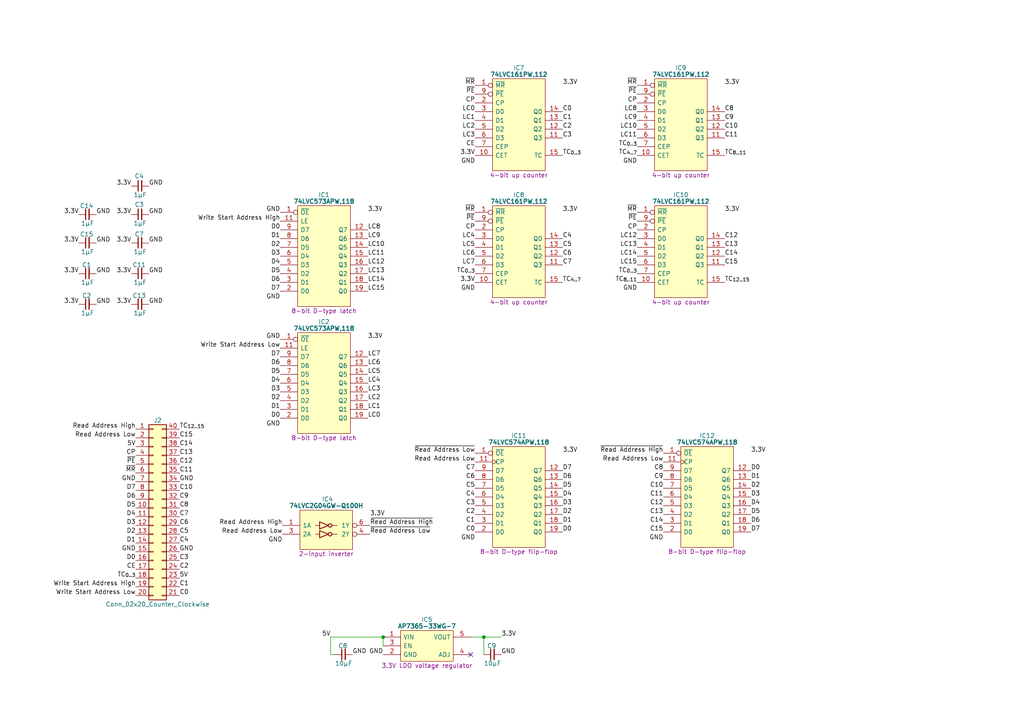
<source format=kicad_sch>
(kicad_sch (version 20230121) (generator eeschema)
  (paper "A4")
  (title_block (title "24bit Counter with 8bit data IO") (date "2023-10-07") (rev "V0"))
  (lib_symbols
    (symbol "74LVC574APW,118_1" (pin_names (offset 0.762))
      (property "Reference" "IC" (at 12.7 5.08 0))
      (property "Value" "74LVC574APW,118" (at 12.7 3.175 0))
      (property "Description" "8-bit D-type flip-flop" (at 12.7 -28.575 0))
      (symbol "74LVC574APW,118_1_0_0"
        (pin input inverted (at 0 0 0) (length 5.08) (name "~{OE}") (number "1"))
        (pin passive line (at 0 -25.4 0) (length 5.08) hide (name "GND") (number "10"))
        (pin input clock (at 0 -2.54 0) (length 5.08) (name "CP") (number "11"))
        (pin tri_state line (at 25.4 -7.62 180) (length 5.08) (name "Q6") (number "13"))
        (pin tri_state line (at 25.4 -10.16 180) (length 5.08) (name "Q5") (number "14"))
        (pin tri_state line (at 25.4 -12.7 180) (length 5.08) (name "Q4") (number "15"))
        (pin tri_state line (at 25.4 -15.24 180) (length 5.08) (name "Q3") (number "16"))
        (pin tri_state line (at 25.4 -17.78 180) (length 5.08) (name "Q2") (number "17"))
        (pin tri_state line (at 25.4 -20.32 180) (length 5.08) (name "Q1") (number "18"))
        (pin tri_state line (at 25.4 -22.86 180) (length 5.08) (name "Q0") (number "19"))
        (pin input line (at 0 -22.86 0) (length 5.08) (name "D0") (number "2"))
        (pin passive line (at 25.4 0 180) (length 5.08) hide (name "3V") (number "20"))
        (pin input line (at 0 -20.32 0) (length 5.08) (name "D1") (number "3"))
        (pin input line (at 0 -17.78 0) (length 5.08) (name "D2") (number "4"))
        (pin input line (at 0 -15.24 0) (length 5.08) (name "D3") (number "5"))
        (pin input line (at 0 -12.7 0) (length 5.08) (name "D4") (number "6"))
        (pin input line (at 0 -10.16 0) (length 5.08) (name "D5") (number "7"))
        (pin input line (at 0 -7.62 0) (length 5.08) (name "D6") (number "8"))
        (pin input line (at 0 -5.08 0) (length 5.08) (name "D7") (number "9"))
      )
      (symbol "74LVC574APW,118_1_0_1"
        (polyline (pts (xy 5.08 1.905) (xy 20.32 1.905) (xy 20.32 -27.305) (xy 5.08 -27.305) (xy 5.08 1.905)) (stroke (width 0.1524)) (fill (type background)))
      )
      (symbol "74LVC574APW,118_1_1_0"
        (pin tri_state line (at 25.4 -5.08 180) (length 5.08) (name "Q7") (number "12"))
      )
    )
    (symbol "74LVC574APW,118_2" (pin_names (offset 0.762))
      (property "Reference" "IC" (at 12.7 5.08 0))
      (property "Value" "74LVC574APW,118" (at 12.7 3.175 0))
      (property "Description" "8-bit D-type flip-flop" (at 12.7 -28.575 0))
      (symbol "74LVC574APW,118_2_0_0"
        (pin input inverted (at 0 0 0) (length 5.08) (name "~{OE}") (number "1"))
        (pin passive line (at 0 -25.4 0) (length 5.08) hide (name "GND") (number "10"))
        (pin input clock (at 0 -2.54 0) (length 5.08) (name "CP") (number "11"))
        (pin tri_state line (at 25.4 -7.62 180) (length 5.08) (name "Q6") (number "13"))
        (pin tri_state line (at 25.4 -10.16 180) (length 5.08) (name "Q5") (number "14"))
        (pin tri_state line (at 25.4 -12.7 180) (length 5.08) (name "Q4") (number "15"))
        (pin tri_state line (at 25.4 -15.24 180) (length 5.08) (name "Q3") (number "16"))
        (pin tri_state line (at 25.4 -17.78 180) (length 5.08) (name "Q2") (number "17"))
        (pin tri_state line (at 25.4 -20.32 180) (length 5.08) (name "Q1") (number "18"))
        (pin tri_state line (at 25.4 -22.86 180) (length 5.08) (name "Q0") (number "19"))
        (pin input line (at 0 -22.86 0) (length 5.08) (name "D0") (number "2"))
        (pin passive line (at 25.4 0 180) (length 5.08) hide (name "3V") (number "20"))
        (pin input line (at 0 -20.32 0) (length 5.08) (name "D1") (number "3"))
        (pin input line (at 0 -17.78 0) (length 5.08) (name "D2") (number "4"))
        (pin input line (at 0 -15.24 0) (length 5.08) (name "D3") (number "5"))
        (pin input line (at 0 -12.7 0) (length 5.08) (name "D4") (number "6"))
        (pin input line (at 0 -10.16 0) (length 5.08) (name "D5") (number "7"))
        (pin input line (at 0 -7.62 0) (length 5.08) (name "D6") (number "8"))
        (pin input line (at 0 -5.08 0) (length 5.08) (name "D7") (number "9"))
      )
      (symbol "74LVC574APW,118_2_0_1"
        (polyline (pts (xy 5.08 1.905) (xy 20.32 1.905) (xy 20.32 -27.305) (xy 5.08 -27.305) (xy 5.08 1.905)) (stroke (width 0.1524)) (fill (type background)))
      )
      (symbol "74LVC574APW,118_2_1_0"
        (pin tri_state line (at 25.4 -5.08 180) (length 5.08) (name "Q7") (number "12"))
      )
    )
    (symbol "Connector_Generic:Conn_02x20_Counter_Clockwise" (pin_names (offset 1.016) hide)
      (property "Reference" "J" (at 1.27 25.4 0))
      (property "Value" "Conn_02x20_Counter_Clockwise" (at 1.27 -27.94 0))
      (symbol "Conn_02x20_Counter_Clockwise_1_1"
        (rectangle (start -1.27 -25.273) (end 0 -25.527) (stroke (width 0.1524)))
        (rectangle (start -1.27 -22.733) (end 0 -22.987) (stroke (width 0.1524)))
        (rectangle (start -1.27 -20.193) (end 0 -20.447) (stroke (width 0.1524)))
        (rectangle (start -1.27 -17.653) (end 0 -17.907) (stroke (width 0.1524)))
        (rectangle (start -1.27 -15.113) (end 0 -15.367) (stroke (width 0.1524)))
        (rectangle (start -1.27 -12.573) (end 0 -12.827) (stroke (width 0.1524)))
        (rectangle (start -1.27 -10.033) (end 0 -10.287) (stroke (width 0.1524)))
        (rectangle (start -1.27 -7.493) (end 0 -7.747) (stroke (width 0.1524)))
        (rectangle (start -1.27 -4.953) (end 0 -5.207) (stroke (width 0.1524)))
        (rectangle (start -1.27 -2.413) (end 0 -2.667) (stroke (width 0.1524)))
        (rectangle (start -1.27 0.127) (end 0 -0.127) (stroke (width 0.1524)))
        (rectangle (start -1.27 2.667) (end 0 2.413) (stroke (width 0.1524)))
        (rectangle (start -1.27 5.207) (end 0 4.953) (stroke (width 0.1524)))
        (rectangle (start -1.27 7.747) (end 0 7.493) (stroke (width 0.1524)))
        (rectangle (start -1.27 10.287) (end 0 10.033) (stroke (width 0.1524)))
        (rectangle (start -1.27 12.827) (end 0 12.573) (stroke (width 0.1524)))
        (rectangle (start -1.27 15.367) (end 0 15.113) (stroke (width 0.1524)))
        (rectangle (start -1.27 17.907) (end 0 17.653) (stroke (width 0.1524)))
        (rectangle (start -1.27 20.447) (end 0 20.193) (stroke (width 0.1524)))
        (rectangle (start -1.27 22.987) (end 0 22.733) (stroke (width 0.1524)))
        (rectangle (start -1.27 24.13) (end 3.81 -26.67) (stroke (width 0.254)) (fill (type background)))
        (rectangle (start 3.81 -25.273) (end 2.54 -25.527) (stroke (width 0.1524)))
        (rectangle (start 3.81 -22.733) (end 2.54 -22.987) (stroke (width 0.1524)))
        (rectangle (start 3.81 -20.193) (end 2.54 -20.447) (stroke (width 0.1524)))
        (rectangle (start 3.81 -17.653) (end 2.54 -17.907) (stroke (width 0.1524)))
        (rectangle (start 3.81 -15.113) (end 2.54 -15.367) (stroke (width 0.1524)))
        (rectangle (start 3.81 -12.573) (end 2.54 -12.827) (stroke (width 0.1524)))
        (rectangle (start 3.81 -10.033) (end 2.54 -10.287) (stroke (width 0.1524)))
        (rectangle (start 3.81 -7.493) (end 2.54 -7.747) (stroke (width 0.1524)))
        (rectangle (start 3.81 -4.953) (end 2.54 -5.207) (stroke (width 0.1524)))
        (rectangle (start 3.81 -2.413) (end 2.54 -2.667) (stroke (width 0.1524)))
        (rectangle (start 3.81 0.127) (end 2.54 -0.127) (stroke (width 0.1524)))
        (rectangle (start 3.81 2.667) (end 2.54 2.413) (stroke (width 0.1524)))
        (rectangle (start 3.81 5.207) (end 2.54 4.953) (stroke (width 0.1524)))
        (rectangle (start 3.81 7.747) (end 2.54 7.493) (stroke (width 0.1524)))
        (rectangle (start 3.81 10.287) (end 2.54 10.033) (stroke (width 0.1524)))
        (rectangle (start 3.81 12.827) (end 2.54 12.573) (stroke (width 0.1524)))
        (rectangle (start 3.81 15.367) (end 2.54 15.113) (stroke (width 0.1524)))
        (rectangle (start 3.81 17.907) (end 2.54 17.653) (stroke (width 0.1524)))
        (rectangle (start 3.81 20.447) (end 2.54 20.193) (stroke (width 0.1524)))
        (rectangle (start 3.81 22.987) (end 2.54 22.733) (stroke (width 0.1524)))
        (pin passive line (at -5.08 22.86 0) (length 3.81) (name "Pin_1") (number "1"))
        (pin passive line (at -5.08 0 0) (length 3.81) (name "Pin_10") (number "10"))
        (pin passive line (at -5.08 -2.54 0) (length 3.81) (name "Pin_11") (number "11"))
        (pin passive line (at -5.08 -5.08 0) (length 3.81) (name "Pin_12") (number "12"))
        (pin passive line (at -5.08 -7.62 0) (length 3.81) (name "Pin_13") (number "13"))
        (pin passive line (at -5.08 -10.16 0) (length 3.81) (name "Pin_14") (number "14"))
        (pin passive line (at -5.08 -12.7 0) (length 3.81) (name "Pin_15") (number "15"))
        (pin passive line (at -5.08 -15.24 0) (length 3.81) (name "Pin_16") (number "16"))
        (pin passive line (at -5.08 -17.78 0) (length 3.81) (name "Pin_17") (number "17"))
        (pin passive line (at -5.08 -20.32 0) (length 3.81) (name "Pin_18") (number "18"))
        (pin passive line (at -5.08 -22.86 0) (length 3.81) (name "Pin_19") (number "19"))
        (pin passive line (at -5.08 20.32 0) (length 3.81) (name "Pin_2") (number "2"))
        (pin passive line (at -5.08 -25.4 0) (length 3.81) (name "Pin_20") (number "20"))
        (pin passive line (at 7.62 -25.4 180) (length 3.81) (name "Pin_21") (number "21"))
        (pin passive line (at 7.62 -22.86 180) (length 3.81) (name "Pin_22") (number "22"))
        (pin passive line (at 7.62 -20.32 180) (length 3.81) (name "Pin_23") (number "23"))
        (pin passive line (at 7.62 -17.78 180) (length 3.81) (name "Pin_24") (number "24"))
        (pin passive line (at 7.62 -15.24 180) (length 3.81) (name "Pin_25") (number "25"))
        (pin passive line (at 7.62 -12.7 180) (length 3.81) (name "Pin_26") (number "26"))
        (pin passive line (at 7.62 -10.16 180) (length 3.81) (name "Pin_27") (number "27"))
        (pin passive line (at 7.62 -7.62 180) (length 3.81) (name "Pin_28") (number "28"))
        (pin passive line (at 7.62 -5.08 180) (length 3.81) (name "Pin_29") (number "29"))
        (pin passive line (at -5.08 17.78 0) (length 3.81) (name "Pin_3") (number "3"))
        (pin passive line (at 7.62 -2.54 180) (length 3.81) (name "Pin_30") (number "30"))
        (pin passive line (at 7.62 0 180) (length 3.81) (name "Pin_31") (number "31"))
        (pin passive line (at 7.62 2.54 180) (length 3.81) (name "Pin_32") (number "32"))
        (pin passive line (at 7.62 5.08 180) (length 3.81) (name "Pin_33") (number "33"))
        (pin passive line (at 7.62 7.62 180) (length 3.81) (name "Pin_34") (number "34"))
        (pin passive line (at 7.62 10.16 180) (length 3.81) (name "Pin_35") (number "35"))
        (pin passive line (at 7.62 12.7 180) (length 3.81) (name "Pin_36") (number "36"))
        (pin passive line (at 7.62 15.24 180) (length 3.81) (name "Pin_37") (number "37"))
        (pin passive line (at 7.62 17.78 180) (length 3.81) (name "Pin_38") (number "38"))
        (pin passive line (at 7.62 20.32 180) (length 3.81) (name "Pin_39") (number "39"))
        (pin passive line (at -5.08 15.24 0) (length 3.81) (name "Pin_4") (number "4"))
        (pin passive line (at 7.62 22.86 180) (length 3.81) (name "Pin_40") (number "40"))
        (pin passive line (at -5.08 12.7 0) (length 3.81) (name "Pin_5") (number "5"))
        (pin passive line (at -5.08 10.16 0) (length 3.81) (name "Pin_6") (number "6"))
        (pin passive line (at -5.08 7.62 0) (length 3.81) (name "Pin_7") (number "7"))
        (pin passive line (at -5.08 5.08 0) (length 3.81) (name "Pin_8") (number "8"))
        (pin passive line (at -5.08 2.54 0) (length 3.81) (name "Pin_9") (number "9"))
      )
    )
    (symbol "Diodes_Inc:AP7365-33WG-7" (pin_names (offset 0.762))
      (property "Reference" "IC" (at 12.7 5.08 0))
      (property "Value" "AP7365-33WG-7" (at 12.7 3.175 0))
      (property "Description" "3.3V LDO voltage regulator" (at 12.7 -8.255 0))
      (symbol "AP7365-33WG-7_0_0"
        (pin passive line (at 0 0 0) (length 5.08) (name "VIN") (number "1"))
        (pin passive line (at 0 -5.08 0) (length 5.08) (name "GND") (number "2"))
        (pin input line (at 0 -2.54 0) (length 5.08) (name "EN") (number "3"))
        (pin passive line (at 25.4 -5.08 180) (length 5.08) (name "ADJ") (number "4"))
        (pin passive line (at 25.4 0 180) (length 5.08) (name "VOUT") (number "5"))
      )
      (symbol "AP7365-33WG-7_0_1"
        (polyline (pts (xy 5.08 1.905) (xy 20.32 1.905) (xy 20.32 -6.985) (xy 5.08 -6.985) (xy 5.08 1.905)) (fill (type background)))
      )
    )
    (symbol "HCP65:C_0805" (pin_numbers hide) (pin_names (offset 0.254) hide)
      (property "Reference" "C" (at 2.286 2.54 0))
      (property "Value" "?μF" (at 2.54 -2.54 0))
      (symbol "C_0805_0_1"
        (polyline (pts (xy 1.9685 -1.4605) (xy 1.9685 1.5875)) (stroke (width 0.3048)))
        (polyline (pts (xy 2.9845 -1.4605) (xy 2.9845 1.5875)) (stroke (width 0.3302)))
      )
      (symbol "C_0805_1_1"
        (pin passive line (at 0 0 0) (length 2.032) (name "~") (number "1"))
        (pin passive line (at 5.08 0 180) (length 2.032) (name "~") (number "2"))
      )
    )
    (symbol "Nexperia:74LVC161PW,112" (pin_names (offset 0.762))
      (property "Reference" "IC" (at 12.7 5.08 0))
      (property "Value" "74LVC161PW,112" (at 12.7 3.175 0))
      (property "Description" "4-bit up counter" (at 12.7 -26.035 0))
      (symbol "74LVC161PW,112_0_0"
        (pin input inverted (at 0 0 0) (length 5.08) (name "~{MR}") (number "1"))
        (pin input line (at 0 -20.32 0) (length 5.08) (name "CET") (number "10"))
        (pin output line (at 25.4 -15.24 180) (length 5.08) (name "Q3") (number "11"))
        (pin output line (at 25.4 -12.7 180) (length 5.08) (name "Q2") (number "12"))
        (pin output line (at 25.4 -10.16 180) (length 5.08) (name "Q1") (number "13"))
        (pin output line (at 25.4 -7.62 180) (length 5.08) (name "Q0") (number "14"))
        (pin output line (at 25.4 -20.32 180) (length 5.08) (name "TC") (number "15"))
        (pin passive line (at 25.4 0 180) (length 5.08) hide (name "3V") (number "16"))
        (pin input line (at 0 -5.08 0) (length 5.08) (name "CP") (number "2"))
        (pin input line (at 0 -7.62 0) (length 5.08) (name "D0") (number "3"))
        (pin input line (at 0 -10.16 0) (length 5.08) (name "D1") (number "4"))
        (pin input line (at 0 -12.7 0) (length 5.08) (name "D2") (number "5"))
        (pin input line (at 0 -15.24 0) (length 5.08) (name "D3") (number "6"))
        (pin input line (at 0 -17.78 0) (length 5.08) (name "CEP") (number "7"))
        (pin passive line (at 0 -22.86 0) (length 5.08) hide (name "GND") (number "8"))
        (pin input inverted (at 0 -2.54 0) (length 5.08) (name "~{PE}") (number "9"))
      )
      (symbol "74LVC161PW,112_0_1"
        (polyline (pts (xy 5.08 1.905) (xy 20.32 1.905) (xy 20.32 -24.765) (xy 5.08 -24.765) (xy 5.08 1.905)) (stroke (width 0.1524)) (fill (type background)))
      )
    )
    (symbol "Nexperia:74LVC2G04GW-Q100H" (pin_names (offset 0.762))
      (property "Reference" "IC" (at 11.43 7.62 0))
      (property "Value" "74LVC2G04GW-Q100H" (at 12.7 5.715 0))
      (property "Description" "2-input inverter" (at 12.7 -8.255 0))
      (symbol "74LVC2G04GW-Q100H_0_0"
        (pin input line (at 0 0 0) (length 5.08) (name "1A") (number "1"))
        (pin passive line (at 0 -5.08 0) (length 5.08) hide (name "GND") (number "2"))
        (pin input line (at 0 -2.54 0) (length 5.08) (name "2A") (number "3"))
        (pin output inverted (at 25.4 -2.54 180) (length 5.08) (name "2Y") (number "4"))
        (pin passive line (at 25.4 2.54 180) (length 5.08) hide (name "3V") (number "5"))
        (pin output inverted (at 25.4 0 180) (length 5.08) (name "1Y") (number "6"))
      )
      (symbol "74LVC2G04GW-Q100H_0_1"
        (polyline (pts (xy 9.525 -2.54) (xy 10.7949 -2.54)))
        (polyline (pts (xy 9.525 0) (xy 10.7949 0)))
        (polyline (pts (xy 14.351 -2.54) (xy 15.875 -2.54)))
        (polyline (pts (xy 14.351 0) (xy 15.875 0)))
        (polyline (pts (xy 10.795 -3.556) (xy 13.335 -2.54) (xy 10.795 -1.524)) (stroke (width 0.254)))
        (polyline (pts (xy 10.795 -1.016) (xy 13.335 0) (xy 10.795 1.016)) (stroke (width 0.254)))
        (polyline (pts (xy 5.08 4.445) (xy 20.32 4.445) (xy 20.32 -6.985) (xy 5.08 -6.985) (xy 5.08 4.445)) (stroke (width 0.1524)) (fill (type background)))
        (rectangle (start 10.795 -1.524) (end 10.795 -3.556) (stroke (width 0.254)) (fill (type background)))
        (rectangle (start 10.795 1.016) (end 10.795 -1.016) (stroke (width 0.254)) (fill (type background)))
        (circle (center 13.843 -2.54) (radius 0.508) (stroke (width 0.254)))
        (circle (center 13.843 0) (radius 0.508) (stroke (width 0.254)))
      )
    )
    (symbol "Nexperia:74LVC573APW,118" (pin_names (offset 0.762))
      (property "Reference" "IC" (at 12.7 5.08 0))
      (property "Value" "74LVC573APW,118" (at 12.7 3.175 0))
      (property "Description" "8-bit D-type latch" (at 12.7 -28.575 0))
      (symbol "74LVC573APW,118_0_0"
        (pin input inverted (at 0 0 0) (length 5.08) (name "~{OE}") (number "1"))
        (pin passive line (at 0 -25.4 0) (length 5.08) hide (name "GND") (number "10"))
        (pin input line (at 0 -2.54 0) (length 5.08) (name "LE") (number "11"))
        (pin tri_state line (at 25.4 -5.08 180) (length 5.08) (name "Q7") (number "12"))
        (pin tri_state line (at 25.4 -7.62 180) (length 5.08) (name "Q6") (number "13"))
        (pin tri_state line (at 25.4 -10.16 180) (length 5.08) (name "Q5") (number "14"))
        (pin tri_state line (at 25.4 -12.7 180) (length 5.08) (name "Q4") (number "15"))
        (pin tri_state line (at 25.4 -15.24 180) (length 5.08) (name "Q3") (number "16"))
        (pin tri_state line (at 25.4 -17.78 180) (length 5.08) (name "Q2") (number "17"))
        (pin tri_state line (at 25.4 -20.32 180) (length 5.08) (name "Q1") (number "18"))
        (pin tri_state line (at 25.4 -22.86 180) (length 5.08) (name "Q0") (number "19"))
        (pin input line (at 0 -22.86 0) (length 5.08) (name "D0") (number "2"))
        (pin passive line (at 25.4 0 180) (length 5.08) hide (name "3V") (number "20"))
        (pin input line (at 0 -20.32 0) (length 5.08) (name "D1") (number "3"))
        (pin input line (at 0 -17.78 0) (length 5.08) (name "D2") (number "4"))
        (pin input line (at 0 -15.24 0) (length 5.08) (name "D3") (number "5"))
        (pin input line (at 0 -12.7 0) (length 5.08) (name "D4") (number "6"))
        (pin input line (at 0 -10.16 0) (length 5.08) (name "D5") (number "7"))
        (pin input line (at 0 -7.62 0) (length 5.08) (name "D6") (number "8"))
        (pin input line (at 0 -5.08 0) (length 5.08) (name "D7") (number "9"))
      )
      (symbol "74LVC573APW,118_0_1"
        (polyline (pts (xy 5.08 1.905) (xy 20.32 1.905) (xy 20.32 -27.305) (xy 5.08 -27.305) (xy 5.08 1.905)) (stroke (width 0.1524)) (fill (type background)))
      )
    )
  )
  (junction (at 111.125 184.785))
  (junction (at 140.335 184.785))
  (no_connect (at 136.525 189.865))
  (wire (pts (xy 140.335 189.865) (xy 140.335 184.785)))
  (wire (pts (xy 95.885 184.785) (xy 111.125 184.785)))
  (wire (pts (xy 111.125 184.785) (xy 111.125 187.325)))
  (wire (pts (xy 136.525 184.785) (xy 140.335 184.785)))
  (wire (pts (xy 95.885 184.785) (xy 95.885 189.865)))
  (wire (pts (xy 95.885 189.865) (xy 97.155 189.865)))
  (wire (pts (xy 140.335 184.785) (xy 145.415 184.785)))
  (label "C11" (at 210.185 40.005 0))
  (label "D6" (at 217.805 151.765 0))
  (label "LC14" (at 106.68 81.915 0))
  (label "TC_{4..7}" (at 184.785 45.085 180))
  (label "C1" (at 163.195 34.925 0))
  (label "Read Address Low" (at 137.795 133.985 180))
  (label "TC_{0..3}" (at 39.37 167.64 180))
  (label "LC6" (at 137.795 74.295 180))
  (label "C4" (at 163.195 69.215 0))
  (label "GND" (at 43.18 53.975 0))
  (label "LC5" (at 106.68 108.585 0))
  (label "C7" (at 137.795 136.525 180))
  (label "C5" (at 163.195 71.755 0))
  (label "TC_{8..11}" (at 184.785 81.915 180))
  (label "GND" (at 27.94 79.375 0))
  (label "~{MR}" (at 137.795 61.595 180))
  (label "D4" (at 163.195 144.145 0))
  (label "D5" (at 81.28 79.375 180))
  (label "C12" (at 52.07 134.62 0))
  (label "3.3V" (at 38.1 62.23 180))
  (label "C1" (at 137.795 151.765 180))
  (label "C10" (at 52.07 142.24 0))
  (label "LC8" (at 106.68 66.675 0))
  (label "LC4" (at 137.795 69.215 180))
  (label "3.3V" (at 106.68 61.595 0))
  (label "GND" (at 81.915 157.48 180))
  (label "C2" (at 52.07 165.1 0))
  (label "GND" (at 81.28 123.825 180))
  (label "GND" (at 184.785 47.625 180))
  (label "~{MR}" (at 39.37 137.16 180))
  (label "D7" (at 39.37 142.24 180))
  (label "3.3V" (at 210.185 61.595 0))
  (label "LC11" (at 106.68 74.295 0))
  (label "C12" (at 192.405 146.685 180))
  (label "GND" (at 145.415 189.865 0))
  (label "TC_{0..3}" (at 163.195 45.085 0))
  (label "D0" (at 163.195 154.305 0))
  (label "D1" (at 81.28 118.745 180))
  (label "LC2" (at 106.68 116.205 0))
  (label "D6" (at 81.28 81.915 180))
  (label "D0" (at 81.28 66.675 180))
  (label "LC13" (at 184.785 71.755 180))
  (label "C13" (at 192.405 149.225 180))
  (label "LC15" (at 106.68 84.455 0))
  (label "3.3V" (at 22.86 88.265 180))
  (label "~{MR}" (at 184.785 61.595 180))
  (label "C3" (at 52.07 162.56 0))
  (label "3.3V" (at 22.86 70.485 180))
  (label "TC_{8..11}" (at 210.185 45.085 0))
  (label "D1" (at 81.28 69.215 180))
  (label "C5" (at 137.795 141.605 180))
  (label "C0" (at 163.195 32.385 0))
  (label "C6" (at 163.195 74.295 0))
  (label "D1" (at 39.37 157.48 180))
  (label "GND" (at 102.235 189.865 0))
  (label "5V" (at 95.885 184.785 180))
  (label "C0" (at 137.795 154.305 180))
  (label "GND" (at 137.795 84.455 180))
  (label "~{PE}" (at 137.795 64.135 180))
  (label "C8" (at 192.405 136.525 180))
  (label "TC_{0..3}" (at 184.785 79.375 180))
  (label "C10" (at 210.185 37.465 0))
  (label "D3" (at 81.28 113.665 180))
  (label "D0" (at 39.37 162.56 180))
  (label "C15" (at 192.405 154.305 180))
  (label "LC10" (at 184.785 37.465 180))
  (label "GND" (at 43.18 88.265 0))
  (label "LC13" (at 106.68 79.375 0))
  (label "C9" (at 210.185 34.925 0))
  (label "Read Address Low" (at 81.915 154.94 180))
  (label "Write Start Address High" (at 39.37 170.18 180))
  (label "C3" (at 137.795 146.685 180))
  (label "C14" (at 210.185 74.295 0))
  (label "~{Read Address Low}" (at 107.315 154.94 0))
  (label "Write Start Address Low" (at 81.28 100.965 180))
  (label "LC11" (at 184.785 40.005 180))
  (label "D5" (at 81.28 108.585 180))
  (label "CP" (at 184.785 29.845 180))
  (label "LC3" (at 106.68 113.665 0))
  (label "D2" (at 39.37 154.94 180))
  (label "C2" (at 137.795 149.225 180))
  (label "3.3V" (at 22.86 79.375 180))
  (label "D3" (at 81.28 74.295 180))
  (label "GND" (at 111.125 189.865 180))
  (label "3.3V" (at 22.86 62.23 180))
  (label "C11" (at 192.405 144.145 180))
  (label "LC8" (at 184.785 32.385 180))
  (label "C1" (at 52.07 170.18 0))
  (label "GND" (at 27.94 88.265 0))
  (label "D7" (at 81.28 84.455 180))
  (label "C15" (at 210.185 76.835 0))
  (label "GND" (at 43.18 70.485 0))
  (label "GND" (at 81.28 61.595 180))
  (label "GND" (at 52.07 160.02 0))
  (label "LC12" (at 106.68 76.835 0))
  (label "CP" (at 137.795 66.675 180))
  (label "LC10" (at 106.68 71.755 0))
  (label "C7" (at 163.195 76.835 0))
  (label "LC15" (at 184.785 76.835 180))
  (label "5V" (at 39.37 129.54 180))
  (label "C14" (at 52.07 129.54 0))
  (label "3.3V" (at 106.68 98.425 0))
  (label "CP" (at 137.795 29.845 180))
  (label "~{Read Address High}" (at 107.315 152.4 0))
  (label "Write Start Address Low" (at 39.37 172.72 180))
  (label "D2" (at 163.195 149.225 0))
  (label "GND" (at 81.28 86.995 180))
  (label "D3" (at 39.37 152.4 180))
  (label "C5" (at 52.07 154.94 0))
  (label "GND" (at 52.07 139.7 0))
  (label "D0" (at 217.805 136.525 0))
  (label "LC12" (at 184.785 69.215 180))
  (label "GND" (at 137.795 47.625 180))
  (label "C8" (at 52.07 147.32 0))
  (label "C13" (at 210.185 71.755 0))
  (label "Write Start Address High" (at 81.28 64.135 180))
  (label "D1" (at 163.195 151.765 0))
  (label "C9" (at 52.07 144.78 0))
  (label "3.3V" (at 163.195 24.765 0))
  (label "C2" (at 163.195 37.465 0))
  (label "Read Address High" (at 39.37 124.46 180))
  (label "D2" (at 217.805 141.605 0))
  (label "C8" (at 210.185 32.385 0))
  (label "CE" (at 39.37 165.1 180))
  (label "LC5" (at 137.795 71.755 180))
  (label "C6" (at 137.795 139.065 180))
  (label "C4" (at 52.07 157.48 0))
  (label "D4" (at 217.805 146.685 0))
  (label "C12" (at 210.185 69.215 0))
  (label "C14" (at 192.405 151.765 180))
  (label "GND" (at 192.405 156.845 180))
  (label "3.3V" (at 38.1 88.265 180))
  (label "3.3V" (at 137.795 45.085 180))
  (label "~{PE}" (at 184.785 27.305 180))
  (label "CP" (at 39.37 132.08 180))
  (label "3.3V" (at 38.1 70.485 180))
  (label "LC9" (at 106.68 69.215 0))
  (label "C10" (at 192.405 141.605 180))
  (label "D4" (at 81.28 76.835 180))
  (label "CE" (at 137.795 42.545 180))
  (label "3.3V" (at 163.195 131.445 0))
  (label "GND" (at 39.37 160.02 180))
  (label "D7" (at 217.805 154.305 0))
  (label "TC_{12..15}" (at 210.185 81.915 0))
  (label "3.3V" (at 107.315 149.86 0))
  (label "D2" (at 81.28 116.205 180))
  (label "~{Read Address High}" (at 192.405 131.445 180))
  (label "D4" (at 81.28 111.125 180))
  (label "C6" (at 52.07 152.4 0))
  (label "3.3V" (at 210.185 24.765 0))
  (label "3.3V" (at 38.1 53.975 180))
  (label "LC0" (at 137.795 32.385 180))
  (label "LC9" (at 184.785 34.925 180))
  (label "D2" (at 81.28 71.755 180))
  (label "~{MR}" (at 137.795 24.765 180))
  (label "3.3V" (at 145.415 184.785 0))
  (label "LC0" (at 106.68 121.285 0))
  (label "LC1" (at 137.795 34.925 180))
  (label "D6" (at 39.37 144.78 180))
  (label "Read Address High" (at 81.915 152.4 180))
  (label "TC_{4..7}" (at 163.195 81.915 0))
  (label "D6" (at 163.195 139.065 0))
  (label "D3" (at 163.195 146.685 0))
  (label "TC_{0..3}" (at 184.785 42.545 180))
  (label "C3" (at 163.195 40.005 0))
  (label "3.3V" (at 38.1 79.375 180))
  (label "GND" (at 39.37 139.7 180))
  (label "5V" (at 52.07 167.64 0))
  (label "C9" (at 192.405 139.065 180))
  (label "GND" (at 27.94 70.485 0))
  (label "D6" (at 81.28 106.045 180))
  (label "D5" (at 163.195 141.605 0))
  (label "LC3" (at 137.795 40.005 180))
  (label "GND" (at 137.795 156.845 180))
  (label "3.3V" (at 163.195 61.595 0))
  (label "LC14" (at 184.785 74.295 180))
  (label "GND" (at 81.28 98.425 180))
  (label "TC_{0..3}" (at 137.795 79.375 180))
  (label "~{Read Address Low}" (at 137.795 131.445 180))
  (label "~{PE}" (at 137.795 27.305 180))
  (label "C7" (at 52.07 149.86 0))
  (label "LC4" (at 106.68 111.125 0))
  (label "C0" (at 52.07 172.72 0))
  (label "LC1" (at 106.68 118.745 0))
  (label "CP" (at 184.785 66.675 180))
  (label "D1" (at 217.805 139.065 0))
  (label "TC_{12..15}" (at 52.07 124.46 0))
  (label "GND" (at 43.18 79.375 0))
  (label "C11" (at 52.07 137.16 0))
  (label "Read Address Low" (at 192.405 133.985 180))
  (label "LC6" (at 106.68 106.045 0))
  (label "3.3V" (at 217.805 131.445 0))
  (label "D0" (at 81.28 121.285 180))
  (label "~{PE}" (at 39.37 134.62 180))
  (label "D7" (at 163.195 136.525 0))
  (label "D4" (at 39.37 149.86 180))
  (label "LC7" (at 137.795 76.835 180))
  (label "C4" (at 137.795 144.145 180))
  (label "~{MR}" (at 184.785 24.765 180))
  (label "~{PE}" (at 184.785 64.135 180))
  (label "C13" (at 52.07 132.08 0))
  (label "Read Address Low" (at 39.37 127 180))
  (label "C15" (at 52.07 127 0))
  (label "D5" (at 39.37 147.32 180))
  (label "D3" (at 217.805 144.145 0))
  (label "D5" (at 217.805 149.225 0))
  (label "GND" (at 43.18 62.23 0))
  (label "D7" (at 81.28 103.505 180))
  (label "3.3V" (at 137.795 81.915 180))
  (label "GND" (at 184.785 84.455 180))
  (label "LC7" (at 106.68 103.505 0))
  (label "GND" (at 27.94 62.23 0))
  (label "LC2" (at 137.795 37.465 180))
  (symbol (lib_id "Nexperia:74LVC161PW,112") (at 184.785 61.595 0) (unit 1)
    (property "Reference" "IC10" (at 197.485 56.515 0))
    (property "Value" "74LVC161PW,112" (at 197.485 58.42 0) (effects (font bold)))
    (property "Footprint" "SOP65P640X110-16N" (effects hide))
    (property "Datasheet" "https://assets.nexperia.com/documents/data-sheet/74LVC161.pdf" (effects hide))
    (property "Description" "4-bit up counter" (at 197.485 87.63 0))
    (property "Height" "1.1" (effects hide))
    (property "Mouser Part Number" "771-LVC161PW112" (effects hide))
    (property "Mouser Price/Stock" "https://www.mouser.co.uk/ProductDetail/Nexperia/74LVC161PW112?qs=me8TqzrmIYXBQ64YL7POQw%3D%3D" (effects hide))
    (property "Manufacturer_Name" "Nexperia" (effects hide))
    (property "Manufacturer_Part_Number" "74LVC161PW,112" (effects hide))
    (property "Silkscreen" "74LVC161PW" (effects hide))
  )
  (symbol (lib_id "HCP65:C_0805") (at 22.86 79.375 0) (unit 1)
    (property "Reference" "C1" (at 25.146 76.835 0))
    (property "Value" "1μF" (at 25.4 81.915 0))
    (property "Footprint" "SamacSys_Parts:C_0805" (effects hide))
  )
  (symbol (lib_id "Nexperia:74LVC2G04GW-Q100H") (at 81.915 152.4 0) (unit 1)
    (property "Reference" "IC4" (at 93.345 144.78 0) (effects (justify left)))
    (property "Value" "74LVC2G04GW-Q100H" (at 94.615 146.685 0) (effects (font bold)))
    (property "Footprint" "SOP65P210X110-6N" (effects hide))
    (property "Datasheet" "https://assets.nexperia.com/documents/data-sheet/74LVC2G04_Q100.pdf" (effects hide))
    (property "Description" "2-input inverter" (at 94.615 160.655 0))
    (property "Height" "1.1" (effects hide))
    (property "Manufacturer_Name" "Nexperia" (effects hide))
    (property "Manufacturer_Part_Number" "74LVC2G04GW-Q100H" (effects hide))
    (property "Mouser Part Number" "771-74LVC2G04GWQ100H" (effects hide))
    (property "Mouser Price/Stock" "https://www.mouser.co.uk/ProductDetail/Nexperia/74LVC2G04GW-Q100H?qs=Yna0arPQ0CQTXbBDVSrZqQ%3D%3D" (effects hide))
    (property "Silkscreen" "'2G04" (effects hide))
  )
  (symbol (lib_id "Nexperia:74LVC161PW,112") (at 184.785 24.765 0) (unit 1)
    (property "Reference" "IC9" (at 197.485 19.685 0))
    (property "Value" "74LVC161PW,112" (at 197.485 21.59 0) (effects (font bold)))
    (property "Footprint" "SOP65P640X110-16N" (effects hide))
    (property "Datasheet" "https://assets.nexperia.com/documents/data-sheet/74LVC161.pdf" (effects hide))
    (property "Description" "4-bit up counter" (at 197.485 50.8 0))
    (property "Height" "1.1" (effects hide))
    (property "Mouser Part Number" "771-LVC161PW112" (effects hide))
    (property "Mouser Price/Stock" "https://www.mouser.co.uk/ProductDetail/Nexperia/74LVC161PW112?qs=me8TqzrmIYXBQ64YL7POQw%3D%3D" (effects hide))
    (property "Manufacturer_Name" "Nexperia" (effects hide))
    (property "Manufacturer_Part_Number" "74LVC161PW,112" (effects hide))
    (property "Silkscreen" "74LVC161PW" (effects hide))
  )
  (symbol (lib_name "74LVC574APW,118_1") (lib_id "Nexperia:74LVC574APW,118") (at 137.795 131.445 0) (unit 1)
    (property "Reference" "IC11" (at 150.495 126.365 0))
    (property "Value" "74LVC574APW,118" (at 150.495 128.27 0) (effects (font bold)))
    (property "Footprint" "SOP65P640X110-20N" (effects hide))
    (property "Datasheet" "https://assets.nexperia.com/documents/data-sheet/74LVC574A.pdf" (effects hide))
    (property "Description" "8-bit D-type flip-flop" (at 150.495 160.02 0))
    (property "Height" "1.1" (effects hide))
    (property "Manufacturer_Name" "Nexperia" (effects hide))
    (property "Manufacturer_Part_Number" "74LVC574APW,118" (effects hide))
    (property "Mouser Part Number" "771-74LVC574APW-T" (effects hide))
    (property "Mouser Price/Stock" "https://www.mouser.co.uk/ProductDetail/Nexperia/74LVC574APW118?qs=me8TqzrmIYXFXrN3QSTUuw%3D%3D" (effects hide))
    (property "Silkscreen" "74LVC574APW" (effects hide))
  )
  (symbol (lib_id "HCP65:C_0805") (at 38.1 88.265 0) (unit 1)
    (property "Reference" "C13" (at 40.386 85.725 0))
    (property "Value" "1μF" (at 40.64 90.805 0))
    (property "Footprint" "SamacSys_Parts:C_0805" (effects hide))
  )
  (symbol (lib_id "Nexperia:74LVC573APW,118") (at 81.28 61.595 0) (unit 1)
    (property "Reference" "IC1" (at 93.98 56.515 0))
    (property "Value" "74LVC573APW,118" (at 93.98 58.42 0) (effects (font bold)))
    (property "Footprint" "SOP65P640X110-20N" (effects hide))
    (property "Datasheet" "https://assets.nexperia.com/documents/data-sheet/74LVC573A.pdf" (effects hide))
    (property "Description" "8-bit D-type latch" (at 93.98 90.17 0))
    (property "Height" "1.1" (effects hide))
    (property "Mouser Part Number" "771-74LVC573APW-T" (effects hide))
    (property "Mouser Price/Stock" "https://www.mouser.co.uk/ProductDetail/Nexperia/74LVC573APW118/?qs=me8TqzrmIYU4mlL%252B5pgpig%3D%3D" (effects hide))
    (property "Manufacturer_Name" "Nexperia" (effects hide))
    (property "Manufacturer_Part_Number" "74LVC573APW,118" (effects hide))
    (property "Silkscreen" "74LVC573APW" (effects hide))
  )
  (symbol (lib_id "HCP65:C_0805") (at 38.1 53.975 0) (unit 1)
    (property "Reference" "C4" (at 40.386 51.054 0))
    (property "Value" "1μF" (at 40.64 56.515 0))
    (property "Footprint" "SamacSys_Parts:C_0805" (effects hide))
  )
  (symbol (lib_id "HCP65:C_0805") (at 38.1 62.23 0) (unit 1)
    (property "Reference" "C3" (at 40.386 59.309 0))
    (property "Value" "1μF" (at 40.64 64.77 0))
    (property "Footprint" "SamacSys_Parts:C_0805" (effects hide))
  )
  (symbol (lib_id "HCP65:C_0805") (at 97.155 189.865 0) (unit 1)
    (property "Reference" "C8" (at 99.441 187.325 0))
    (property "Value" "10µF" (at 97.155 192.405 0) (effects (justify left)))
    (property "Footprint" "SamacSys_Parts:C_0805" (effects hide))
  )
  (symbol (lib_id "HCP65:C_0805") (at 22.86 62.23 0) (unit 1)
    (property "Reference" "C14" (at 25.146 59.69 0))
    (property "Value" "1μF" (at 25.4 64.77 0))
    (property "Footprint" "SamacSys_Parts:C_0805" (effects hide))
  )
  (symbol (lib_id "Nexperia:74LVC573APW,118") (at 81.28 98.425 0) (unit 1)
    (property "Reference" "IC2" (at 93.98 93.345 0))
    (property "Value" "74LVC573APW,118" (at 93.98 95.25 0) (effects (font bold)))
    (property "Footprint" "SOP65P640X110-20N" (effects hide))
    (property "Datasheet" "https://assets.nexperia.com/documents/data-sheet/74LVC573A.pdf" (effects hide))
    (property "Description" "8-bit D-type latch" (at 93.98 127 0))
    (property "Height" "1.1" (effects hide))
    (property "Mouser Part Number" "771-74LVC573APW-T" (effects hide))
    (property "Mouser Price/Stock" "https://www.mouser.co.uk/ProductDetail/Nexperia/74LVC573APW118/?qs=me8TqzrmIYU4mlL%252B5pgpig%3D%3D" (effects hide))
    (property "Manufacturer_Name" "Nexperia" (effects hide))
    (property "Manufacturer_Part_Number" "74LVC573APW,118" (effects hide))
    (property "Silkscreen" "74LVC573APW" (effects hide))
  )
  (symbol (lib_id "Diodes_Inc:AP7365-33WG-7") (at 111.125 184.785 0) (unit 1)
    (property "Reference" "IC5" (at 123.825 179.705 0))
    (property "Value" "AP7365-33WG-7" (at 123.825 181.61 0) (effects (font bold)))
    (property "Footprint" "SOT95P285X130-5N" (effects hide))
    (property "Datasheet" "https://componentsearchengine.com/Datasheets/1/AP7365-33WG-7.pdf" (effects hide))
    (property "Description" "3.3V LDO voltage regulator" (at 123.825 193.04 0))
    (property "Height" "1.3" (effects hide))
    (property "Manufacturer_Name" "Diodes Inc." (effects hide))
    (property "Manufacturer_Part_Number" "AP7365-33WG-7" (effects hide))
    (property "Mouser Part Number" "621-AP7365-33WG-7" (effects hide))
    (property "Mouser Price/Stock" "https://www.mouser.co.uk/ProductDetail/Diodes-Incorporated/AP7365-33WG-7?qs=abZ1nkZpTuOZFvxvoFPL0w%3D%3D" (effects hide))
    (property "Arrow Part Number" "AP7365-33WG-7" (effects hide))
    (property "Arrow Price/Stock" "https://www.arrow.com/en/products/ap7365-33wg-7/diodes-incorporated?region=nac" (effects hide))
    (property "Silkscreen" "AP7365" (effects hide))
  )
  (symbol (lib_name "74LVC574APW,118_2") (lib_id "Nexperia:74LVC574APW,118") (at 192.405 131.445 0) (unit 1)
    (property "Reference" "IC12" (at 205.105 126.365 0))
    (property "Value" "74LVC574APW,118" (at 205.105 128.27 0) (effects (font bold)))
    (property "Footprint" "SOP65P640X110-20N" (effects hide))
    (property "Datasheet" "https://assets.nexperia.com/documents/data-sheet/74LVC574A.pdf" (effects hide))
    (property "Description" "8-bit D-type flip-flop" (at 205.105 160.02 0))
    (property "Height" "1.1" (effects hide))
    (property "Manufacturer_Name" "Nexperia" (effects hide))
    (property "Manufacturer_Part_Number" "74LVC574APW,118" (effects hide))
    (property "Mouser Part Number" "771-74LVC574APW-T" (effects hide))
    (property "Mouser Price/Stock" "https://www.mouser.co.uk/ProductDetail/Nexperia/74LVC574APW118?qs=me8TqzrmIYXFXrN3QSTUuw%3D%3D" (effects hide))
    (property "Silkscreen" "74LVC574APW" (effects hide))
  )
  (symbol (lib_id "HCP65:C_0805") (at 38.1 79.375 0) (unit 1)
    (property "Reference" "C11" (at 40.386 76.835 0))
    (property "Value" "1μF" (at 40.64 81.915 0))
    (property "Footprint" "SamacSys_Parts:C_0805" (effects hide))
  )
  (symbol (lib_id "HCP65:C_0805") (at 140.335 189.865 0) (unit 1)
    (property "Reference" "C9" (at 142.621 187.325 0))
    (property "Value" "10µF" (at 140.335 192.405 0) (effects (justify left)))
    (property "Footprint" "SamacSys_Parts:C_0805" (effects hide))
  )
  (symbol (lib_id "Connector_Generic:Conn_02x20_Counter_Clockwise") (at 44.45 147.32 0) (unit 1)
    (property "Reference" "J2" (at 45.72 121.92 0))
    (property "Value" "Conn_02x20_Counter_Clockwise" (at 45.72 175.26 0))
    (property "Footprint" "SamacSys_Parts:DIP-40_Board_W22.86mm" (effects hide))
  )
  (symbol (lib_id "Nexperia:74LVC161PW,112") (at 137.795 24.765 0) (unit 1)
    (property "Reference" "IC7" (at 150.495 19.685 0))
    (property "Value" "74LVC161PW,112" (at 150.495 21.59 0) (effects (font bold)))
    (property "Footprint" "SOP65P640X110-16N" (effects hide))
    (property "Datasheet" "https://assets.nexperia.com/documents/data-sheet/74LVC161.pdf" (effects hide))
    (property "Description" "4-bit up counter" (at 150.495 50.8 0))
    (property "Height" "1.1" (effects hide))
    (property "Mouser Part Number" "771-LVC161PW112" (effects hide))
    (property "Mouser Price/Stock" "https://www.mouser.co.uk/ProductDetail/Nexperia/74LVC161PW112?qs=me8TqzrmIYXBQ64YL7POQw%3D%3D" (effects hide))
    (property "Manufacturer_Name" "Nexperia" (effects hide))
    (property "Manufacturer_Part_Number" "74LVC161PW,112" (effects hide))
    (property "Silkscreen" "74LVC161PW" (effects hide))
  )
  (symbol (lib_id "HCP65:C_0805") (at 38.1 70.485 0) (unit 1)
    (property "Reference" "C7" (at 40.386 67.945 0))
    (property "Value" "1μF" (at 40.64 73.025 0))
    (property "Footprint" "SamacSys_Parts:C_0805" (effects hide))
  )
  (symbol (lib_id "HCP65:C_0805") (at 22.86 70.485 0) (unit 1)
    (property "Reference" "C15" (at 25.146 67.945 0))
    (property "Value" "1μF" (at 25.4 73.025 0))
    (property "Footprint" "SamacSys_Parts:C_0805" (effects hide))
  )
  (symbol (lib_id "HCP65:C_0805") (at 22.86 88.265 0) (unit 1)
    (property "Reference" "C2" (at 25.146 85.725 0))
    (property "Value" "1μF" (at 25.4 90.805 0))
    (property "Footprint" "SamacSys_Parts:C_0805" (effects hide))
  )
  (symbol (lib_id "Nexperia:74LVC161PW,112") (at 137.795 61.595 0) (unit 1)
    (property "Reference" "IC8" (at 150.495 56.515 0))
    (property "Value" "74LVC161PW,112" (at 150.495 58.42 0) (effects (font bold)))
    (property "Footprint" "SOP65P640X110-16N" (effects hide))
    (property "Datasheet" "https://assets.nexperia.com/documents/data-sheet/74LVC161.pdf" (effects hide))
    (property "Description" "4-bit up counter" (at 150.495 87.63 0))
    (property "Height" "1.1" (effects hide))
    (property "Mouser Part Number" "771-LVC161PW112" (effects hide))
    (property "Mouser Price/Stock" "https://www.mouser.co.uk/ProductDetail/Nexperia/74LVC161PW112?qs=me8TqzrmIYXBQ64YL7POQw%3D%3D" (effects hide))
    (property "Manufacturer_Name" "Nexperia" (effects hide))
    (property "Manufacturer_Part_Number" "74LVC161PW,112" (effects hide))
    (property "Silkscreen" "74LVC161PW" (effects hide))
  )
)
</source>
